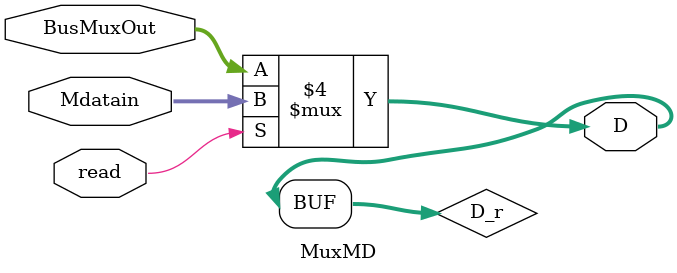
<source format=v>
module MuxMD (input read, input [31:0] BusMuxOut, Mdatain, output [31:0] D);

   reg [31:0] D_r;
   
   always @(*) begin
      if (read == 1)
	D_r = Mdatain;
      else
	D_r = BusMuxOut;
   end
      
   assign D = D_r;
	
endmodule // MuxMD

</source>
